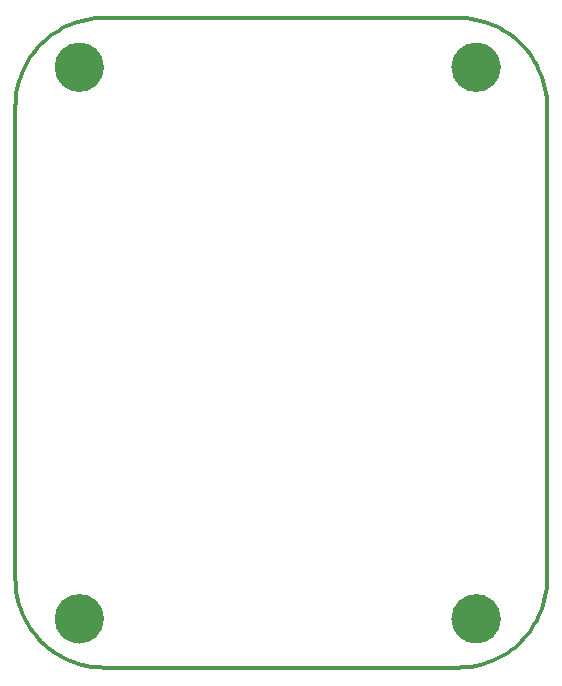
<source format=gbr>
%TF.GenerationSoftware,KiCad,Pcbnew,6.0.9+dfsg-1~bpo11+1*%
%TF.CreationDate,2022-12-30T18:48:50-06:00*%
%TF.ProjectId,Pedals,50656461-6c73-42e6-9b69-6361645f7063,rev?*%
%TF.SameCoordinates,Original*%
%TF.FileFunction,Profile,NP*%
%FSLAX46Y46*%
G04 Gerber Fmt 4.6, Leading zero omitted, Abs format (unit mm)*
G04 Created by KiCad (PCBNEW 6.0.9+dfsg-1~bpo11+1) date 2022-12-30 18:48:50*
%MOMM*%
%LPD*%
G01*
G04 APERTURE LIST*
%TA.AperFunction,Profile*%
%ADD10C,0.349999*%
%TD*%
%TA.AperFunction,Profile*%
%ADD11C,2.075000*%
%TD*%
G04 APERTURE END LIST*
D10*
X125183550Y-75797418D02*
X125363960Y-75478420D01*
X166262042Y-73300778D02*
X166553182Y-73527581D01*
X124624190Y-121510361D02*
X124526193Y-121157226D01*
X124336701Y-78587814D02*
X124382194Y-78221573D01*
X161799997Y-71829097D02*
X162171901Y-71838314D01*
X129971872Y-126602905D02*
X129618736Y-126504908D01*
X131058717Y-71865797D02*
X131428097Y-71838314D01*
X169299997Y-79329097D02*
X169299997Y-119329097D01*
X168416448Y-75797418D02*
X168580885Y-76124473D01*
X126766193Y-124888857D02*
X126496700Y-124632400D01*
X129971872Y-72055289D02*
X130329990Y-71974539D01*
X167359757Y-74295289D02*
X167601514Y-74575913D01*
X163270007Y-71974539D02*
X163628126Y-72055289D01*
X169290780Y-119701000D02*
X169263297Y-120070380D01*
X163981261Y-126504908D02*
X163628126Y-126602905D01*
X124382194Y-78221573D02*
X124445443Y-77859086D01*
X131800000Y-126829097D02*
X131428097Y-126819879D01*
X127337956Y-73300778D02*
X127638996Y-73089185D01*
X131428097Y-126819879D02*
X131058717Y-126792397D01*
X126240242Y-74295289D02*
X126496700Y-74025796D01*
X165650675Y-125765138D02*
X165331676Y-125945548D01*
X169154555Y-120799107D02*
X169073805Y-121157226D01*
X168580885Y-76124473D02*
X168729094Y-76458971D01*
X124870904Y-76458971D02*
X125019113Y-76124473D01*
X166553182Y-73527581D02*
X166833806Y-73769338D01*
X163628126Y-72055289D02*
X163981261Y-72153286D01*
X127949323Y-72893056D02*
X128268322Y-72712646D01*
X168860820Y-121857898D02*
X168729094Y-122199223D01*
X125363960Y-123179774D02*
X125183550Y-122860776D01*
X167601514Y-124082282D02*
X167359757Y-124362906D01*
X129618736Y-126504908D02*
X129271199Y-126389919D01*
X124336701Y-120070380D02*
X124309218Y-119701000D01*
X130692477Y-71911290D02*
X131058717Y-71865797D01*
X161799997Y-126829097D02*
X131800000Y-126829097D01*
X125998484Y-124082282D02*
X125771682Y-123791142D01*
X169073805Y-77500968D02*
X169154555Y-77859086D01*
X163628126Y-126602905D02*
X163270007Y-126683655D01*
X168975808Y-77147833D02*
X169073805Y-77500968D01*
X164328798Y-126389919D02*
X163981261Y-126504908D01*
X127337956Y-125357417D02*
X127046816Y-125130614D01*
X124309218Y-119701000D02*
X124300001Y-119329097D01*
D11*
X130737500Y-76000000D02*
G75*
G03*
X130737500Y-76000000I-1037500J0D01*
G01*
D10*
X161799997Y-71829097D02*
X161799997Y-71829097D01*
X129618736Y-72153286D02*
X129971872Y-72055289D01*
X125771682Y-123791142D02*
X125560089Y-123490101D01*
X124300001Y-79329097D02*
X124309218Y-78957193D01*
X127046816Y-125130614D02*
X126766193Y-124888857D01*
X124739178Y-76800295D02*
X124870904Y-76458971D01*
X126496700Y-124632400D02*
X126240242Y-124362906D01*
X166553182Y-125130614D02*
X166262042Y-125357417D01*
X165650675Y-72893056D02*
X165961002Y-73089185D01*
X169263297Y-120070380D02*
X169217804Y-120436620D01*
X127638996Y-125569009D02*
X127337956Y-125357417D01*
X130329990Y-126683655D02*
X129971872Y-126602905D01*
X124739178Y-121857898D02*
X124624190Y-121510361D01*
X128595377Y-72548209D02*
X128929874Y-72400000D01*
X167103300Y-74025796D02*
X167359757Y-74295289D01*
X162541280Y-71865797D02*
X162907520Y-71911290D01*
X162171901Y-71838314D02*
X162541280Y-71865797D01*
X166833806Y-73769338D02*
X167103300Y-74025796D01*
X162907520Y-71911290D02*
X163270007Y-71974539D01*
X131058717Y-126792397D02*
X130692477Y-126746904D01*
X124382194Y-120436620D02*
X124336701Y-120070380D01*
X168729094Y-122199223D02*
X168580885Y-122533720D01*
X165961002Y-73089185D02*
X166262042Y-73300778D01*
X125560089Y-123490101D02*
X125363960Y-123179774D01*
X165004621Y-72548209D02*
X165331676Y-72712646D01*
X168729094Y-76458971D02*
X168860820Y-76800295D01*
X168416448Y-122860776D02*
X168236038Y-123179774D01*
X164670123Y-72400000D02*
X165004621Y-72548209D01*
X163981261Y-72153286D02*
X164328798Y-72268274D01*
X165331676Y-72712646D02*
X165650675Y-72893056D01*
X126766193Y-73769338D02*
X127046816Y-73527581D01*
X129271199Y-72268274D02*
X129618736Y-72153286D01*
X165331676Y-125945548D02*
X165004621Y-126109985D01*
X169299997Y-119329097D02*
X169290780Y-119701000D01*
X126240242Y-124362906D02*
X125998484Y-124082282D01*
X131800000Y-71829097D02*
X161799997Y-71829097D01*
X126496700Y-74025796D02*
X126766193Y-73769338D01*
X169073805Y-121157226D02*
X168975808Y-121510361D01*
X166262042Y-125357417D02*
X165961002Y-125569009D01*
D11*
X164337500Y-76000000D02*
G75*
G03*
X164337500Y-76000000I-1037500J0D01*
G01*
D10*
X168236038Y-123179774D02*
X168039910Y-123490101D01*
X169154555Y-77859086D02*
X169217804Y-78221573D01*
X169217804Y-120436620D02*
X169154555Y-120799107D01*
X129271199Y-126389919D02*
X128929874Y-126258193D01*
X167828317Y-123791142D02*
X167601514Y-124082282D01*
X124445443Y-77859086D02*
X124526193Y-77500968D01*
X128268322Y-125945548D02*
X127949323Y-125765138D01*
X165004621Y-126109985D02*
X164670123Y-126258193D01*
X168236038Y-75478420D02*
X168416448Y-75797418D01*
X130329990Y-71974539D02*
X130692477Y-71911290D01*
X126496700Y-124632400D02*
X126496700Y-124632400D01*
X124526193Y-77500968D02*
X124624190Y-77147833D01*
X168975808Y-121510361D02*
X168860820Y-121857898D01*
X124526193Y-121157226D02*
X124445443Y-120799107D01*
X169290780Y-78957193D02*
X169299997Y-79329097D01*
X131428097Y-71838314D02*
X131800000Y-71829097D01*
X127046816Y-73527581D02*
X127337956Y-73300778D01*
X131800000Y-71829097D02*
X131800000Y-71829097D01*
X166833806Y-124888857D02*
X166553182Y-125130614D01*
X125183550Y-122860776D02*
X125019113Y-122533720D01*
X162541280Y-126792397D02*
X162171901Y-126819879D01*
X125771682Y-74867052D02*
X125998484Y-74575913D01*
X127638996Y-73089185D02*
X127949323Y-72893056D01*
X128929874Y-126258193D02*
X128595377Y-126109985D01*
X168039910Y-75168093D02*
X168236038Y-75478420D01*
X169299997Y-79329097D02*
X169299997Y-79329097D01*
X130692477Y-126746904D02*
X130329990Y-126683655D01*
X163270007Y-126683655D02*
X162907520Y-126746904D01*
X161799997Y-126829097D02*
X161799997Y-126829097D01*
D11*
X130737500Y-122700000D02*
G75*
G03*
X130737500Y-122700000I-1037500J0D01*
G01*
D10*
X167359757Y-124362906D02*
X167103300Y-124632400D01*
X124624190Y-77147833D02*
X124739178Y-76800295D01*
X125560089Y-75168093D02*
X125771682Y-74867052D01*
X125998484Y-74575913D02*
X126240242Y-74295289D01*
X167828317Y-74867052D02*
X168039910Y-75168093D01*
X165961002Y-125569009D02*
X165650675Y-125765138D01*
X127949323Y-125765138D02*
X127638996Y-125569009D01*
X125363960Y-75478420D02*
X125560089Y-75168093D01*
X128595377Y-126109985D02*
X128268322Y-125945548D01*
X164670123Y-126258193D02*
X164328798Y-126389919D01*
X131800000Y-126829097D02*
X131800000Y-126829097D01*
X168580885Y-122533720D02*
X168416448Y-122860776D01*
X124445443Y-120799107D02*
X124382194Y-120436620D01*
X167103300Y-74025796D02*
X167103300Y-74025796D01*
X128268322Y-72712646D02*
X128595377Y-72548209D01*
D11*
X164337500Y-122700000D02*
G75*
G03*
X164337500Y-122700000I-1037500J0D01*
G01*
D10*
X169263297Y-78587814D02*
X169290780Y-78957193D01*
X169299997Y-119329097D02*
X169299997Y-119329097D01*
X168039910Y-123490101D02*
X167828317Y-123791142D01*
X162907520Y-126746904D02*
X162541280Y-126792397D01*
X124300001Y-79329097D02*
X124300001Y-79329097D01*
X124309218Y-78957193D02*
X124336701Y-78587814D01*
X168860820Y-76800295D02*
X168975808Y-77147833D01*
X125019113Y-122533720D02*
X124870904Y-122199223D01*
X164328798Y-72268274D02*
X164670123Y-72400000D01*
X128929874Y-72400000D02*
X129271199Y-72268274D01*
X126496700Y-74025796D02*
X126496700Y-74025796D01*
X162171901Y-126819879D02*
X161799997Y-126829097D01*
X124870904Y-122199223D02*
X124739178Y-121857898D01*
X124300001Y-119329097D02*
X124300001Y-79329097D01*
X167103300Y-124632400D02*
X166833806Y-124888857D01*
X167601514Y-74575913D02*
X167828317Y-74867052D01*
X167103300Y-124632400D02*
X167103300Y-124632400D01*
X169217804Y-78221573D02*
X169263297Y-78587814D01*
X125019113Y-76124473D02*
X125183550Y-75797418D01*
M02*

</source>
